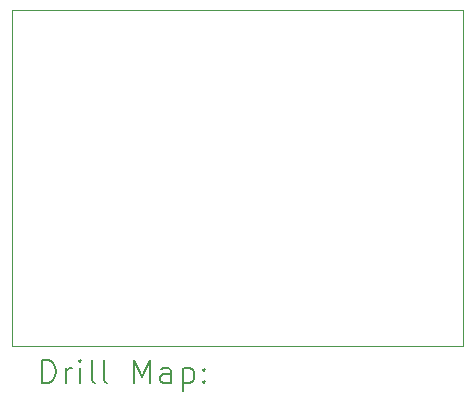
<source format=gbr>
%TF.GenerationSoftware,KiCad,Pcbnew,8.0.4-8.0.4-0~ubuntu22.04.1*%
%TF.CreationDate,2024-07-26T18:01:16+09:00*%
%TF.ProjectId,ESP32C3XIAO_mother,45535033-3243-4335-9849-414f5f6d6f74,rev?*%
%TF.SameCoordinates,Original*%
%TF.FileFunction,Drillmap*%
%TF.FilePolarity,Positive*%
%FSLAX45Y45*%
G04 Gerber Fmt 4.5, Leading zero omitted, Abs format (unit mm)*
G04 Created by KiCad (PCBNEW 8.0.4-8.0.4-0~ubuntu22.04.1) date 2024-07-26 18:01:16*
%MOMM*%
%LPD*%
G01*
G04 APERTURE LIST*
%ADD10C,0.050000*%
%ADD11C,0.200000*%
G04 APERTURE END LIST*
D10*
X11200000Y-6475000D02*
X15025000Y-6475000D01*
X15025000Y-9325000D01*
X11200000Y-9325000D01*
X11200000Y-6475000D01*
D11*
X11458277Y-9638984D02*
X11458277Y-9438984D01*
X11458277Y-9438984D02*
X11505896Y-9438984D01*
X11505896Y-9438984D02*
X11534467Y-9448508D01*
X11534467Y-9448508D02*
X11553515Y-9467555D01*
X11553515Y-9467555D02*
X11563039Y-9486603D01*
X11563039Y-9486603D02*
X11572562Y-9524698D01*
X11572562Y-9524698D02*
X11572562Y-9553270D01*
X11572562Y-9553270D02*
X11563039Y-9591365D01*
X11563039Y-9591365D02*
X11553515Y-9610412D01*
X11553515Y-9610412D02*
X11534467Y-9629460D01*
X11534467Y-9629460D02*
X11505896Y-9638984D01*
X11505896Y-9638984D02*
X11458277Y-9638984D01*
X11658277Y-9638984D02*
X11658277Y-9505650D01*
X11658277Y-9543746D02*
X11667801Y-9524698D01*
X11667801Y-9524698D02*
X11677324Y-9515174D01*
X11677324Y-9515174D02*
X11696372Y-9505650D01*
X11696372Y-9505650D02*
X11715420Y-9505650D01*
X11782086Y-9638984D02*
X11782086Y-9505650D01*
X11782086Y-9438984D02*
X11772562Y-9448508D01*
X11772562Y-9448508D02*
X11782086Y-9458031D01*
X11782086Y-9458031D02*
X11791610Y-9448508D01*
X11791610Y-9448508D02*
X11782086Y-9438984D01*
X11782086Y-9438984D02*
X11782086Y-9458031D01*
X11905896Y-9638984D02*
X11886848Y-9629460D01*
X11886848Y-9629460D02*
X11877324Y-9610412D01*
X11877324Y-9610412D02*
X11877324Y-9438984D01*
X12010658Y-9638984D02*
X11991610Y-9629460D01*
X11991610Y-9629460D02*
X11982086Y-9610412D01*
X11982086Y-9610412D02*
X11982086Y-9438984D01*
X12239229Y-9638984D02*
X12239229Y-9438984D01*
X12239229Y-9438984D02*
X12305896Y-9581841D01*
X12305896Y-9581841D02*
X12372562Y-9438984D01*
X12372562Y-9438984D02*
X12372562Y-9638984D01*
X12553515Y-9638984D02*
X12553515Y-9534222D01*
X12553515Y-9534222D02*
X12543991Y-9515174D01*
X12543991Y-9515174D02*
X12524943Y-9505650D01*
X12524943Y-9505650D02*
X12486848Y-9505650D01*
X12486848Y-9505650D02*
X12467801Y-9515174D01*
X12553515Y-9629460D02*
X12534467Y-9638984D01*
X12534467Y-9638984D02*
X12486848Y-9638984D01*
X12486848Y-9638984D02*
X12467801Y-9629460D01*
X12467801Y-9629460D02*
X12458277Y-9610412D01*
X12458277Y-9610412D02*
X12458277Y-9591365D01*
X12458277Y-9591365D02*
X12467801Y-9572317D01*
X12467801Y-9572317D02*
X12486848Y-9562793D01*
X12486848Y-9562793D02*
X12534467Y-9562793D01*
X12534467Y-9562793D02*
X12553515Y-9553270D01*
X12648753Y-9505650D02*
X12648753Y-9705650D01*
X12648753Y-9515174D02*
X12667801Y-9505650D01*
X12667801Y-9505650D02*
X12705896Y-9505650D01*
X12705896Y-9505650D02*
X12724943Y-9515174D01*
X12724943Y-9515174D02*
X12734467Y-9524698D01*
X12734467Y-9524698D02*
X12743991Y-9543746D01*
X12743991Y-9543746D02*
X12743991Y-9600889D01*
X12743991Y-9600889D02*
X12734467Y-9619936D01*
X12734467Y-9619936D02*
X12724943Y-9629460D01*
X12724943Y-9629460D02*
X12705896Y-9638984D01*
X12705896Y-9638984D02*
X12667801Y-9638984D01*
X12667801Y-9638984D02*
X12648753Y-9629460D01*
X12829705Y-9619936D02*
X12839229Y-9629460D01*
X12839229Y-9629460D02*
X12829705Y-9638984D01*
X12829705Y-9638984D02*
X12820182Y-9629460D01*
X12820182Y-9629460D02*
X12829705Y-9619936D01*
X12829705Y-9619936D02*
X12829705Y-9638984D01*
X12829705Y-9515174D02*
X12839229Y-9524698D01*
X12839229Y-9524698D02*
X12829705Y-9534222D01*
X12829705Y-9534222D02*
X12820182Y-9524698D01*
X12820182Y-9524698D02*
X12829705Y-9515174D01*
X12829705Y-9515174D02*
X12829705Y-9534222D01*
M02*

</source>
